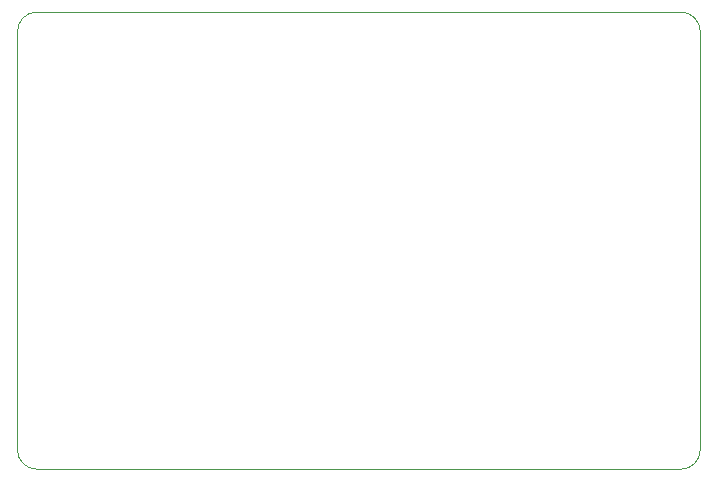
<source format=gm1>
G04 #@! TF.GenerationSoftware,KiCad,Pcbnew,9.0.5*
G04 #@! TF.CreationDate,2025-10-24T16:35:50+02:00*
G04 #@! TF.ProjectId,Mini-EMS-ESP,4d696e69-2d45-44d5-932d-4553502e6b69,rev?*
G04 #@! TF.SameCoordinates,Original*
G04 #@! TF.FileFunction,Profile,NP*
%FSLAX46Y46*%
G04 Gerber Fmt 4.6, Leading zero omitted, Abs format (unit mm)*
G04 Created by KiCad (PCBNEW 9.0.5) date 2025-10-24 16:35:50*
%MOMM*%
%LPD*%
G01*
G04 APERTURE LIST*
G04 #@! TA.AperFunction,Profile*
%ADD10C,0.050000*%
G04 #@! TD*
G04 APERTURE END LIST*
D10*
X70995381Y-87817297D02*
G75*
G02*
X72646173Y-86140073I1650819J26197D01*
G01*
X72654326Y-86140094D02*
X127135694Y-86140302D01*
X70995212Y-123196290D02*
X70995381Y-87817297D01*
X72672376Y-124847082D02*
G75*
G02*
X70995210Y-123196290I-26176J1650782D01*
G01*
X127161883Y-124851267D02*
X72672376Y-124847082D01*
X127135680Y-86140302D02*
G75*
G02*
X128812906Y-87791094I26220J-1650798D01*
G01*
X128812883Y-87799814D02*
X128812675Y-123174064D01*
X128812675Y-123174064D02*
G75*
G02*
X127161883Y-124851283I-1650775J-26236D01*
G01*
M02*

</source>
